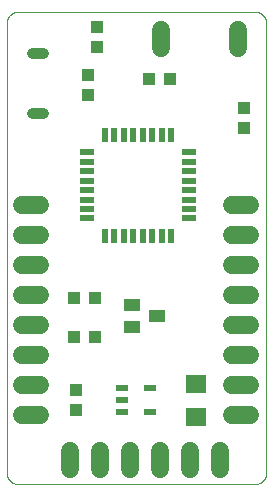
<source format=gts>
G75*
%MOIN*%
%OFA0B0*%
%FSLAX25Y25*%
%IPPOS*%
%LPD*%
%AMOC8*
5,1,8,0,0,1.08239X$1,22.5*
%
%ADD10C,0.00000*%
%ADD11R,0.05000X0.02200*%
%ADD12R,0.02200X0.05000*%
%ADD13C,0.03600*%
%ADD14C,0.06000*%
%ADD15R,0.03937X0.04331*%
%ADD16R,0.04160X0.02400*%
%ADD17R,0.04100X0.02400*%
%ADD18R,0.07087X0.06299*%
%ADD19R,0.05512X0.03937*%
D10*
X0007860Y0013611D02*
X0007860Y0163217D01*
X0007862Y0163341D01*
X0007868Y0163464D01*
X0007877Y0163588D01*
X0007891Y0163710D01*
X0007908Y0163833D01*
X0007930Y0163955D01*
X0007955Y0164076D01*
X0007984Y0164196D01*
X0008016Y0164315D01*
X0008053Y0164434D01*
X0008093Y0164551D01*
X0008136Y0164666D01*
X0008184Y0164781D01*
X0008235Y0164893D01*
X0008289Y0165004D01*
X0008347Y0165114D01*
X0008408Y0165221D01*
X0008473Y0165327D01*
X0008541Y0165430D01*
X0008612Y0165531D01*
X0008686Y0165630D01*
X0008763Y0165727D01*
X0008844Y0165821D01*
X0008927Y0165912D01*
X0009013Y0166001D01*
X0009102Y0166087D01*
X0009193Y0166170D01*
X0009287Y0166251D01*
X0009384Y0166328D01*
X0009483Y0166402D01*
X0009584Y0166473D01*
X0009687Y0166541D01*
X0009793Y0166606D01*
X0009900Y0166667D01*
X0010010Y0166725D01*
X0010121Y0166779D01*
X0010233Y0166830D01*
X0010348Y0166878D01*
X0010463Y0166921D01*
X0010580Y0166961D01*
X0010699Y0166998D01*
X0010818Y0167030D01*
X0010938Y0167059D01*
X0011059Y0167084D01*
X0011181Y0167106D01*
X0011304Y0167123D01*
X0011426Y0167137D01*
X0011550Y0167146D01*
X0011673Y0167152D01*
X0011797Y0167154D01*
X0090537Y0167154D01*
X0090661Y0167152D01*
X0090784Y0167146D01*
X0090908Y0167137D01*
X0091030Y0167123D01*
X0091153Y0167106D01*
X0091275Y0167084D01*
X0091396Y0167059D01*
X0091516Y0167030D01*
X0091635Y0166998D01*
X0091754Y0166961D01*
X0091871Y0166921D01*
X0091986Y0166878D01*
X0092101Y0166830D01*
X0092213Y0166779D01*
X0092324Y0166725D01*
X0092434Y0166667D01*
X0092541Y0166606D01*
X0092647Y0166541D01*
X0092750Y0166473D01*
X0092851Y0166402D01*
X0092950Y0166328D01*
X0093047Y0166251D01*
X0093141Y0166170D01*
X0093232Y0166087D01*
X0093321Y0166001D01*
X0093407Y0165912D01*
X0093490Y0165821D01*
X0093571Y0165727D01*
X0093648Y0165630D01*
X0093722Y0165531D01*
X0093793Y0165430D01*
X0093861Y0165327D01*
X0093926Y0165221D01*
X0093987Y0165114D01*
X0094045Y0165004D01*
X0094099Y0164893D01*
X0094150Y0164781D01*
X0094198Y0164666D01*
X0094241Y0164551D01*
X0094281Y0164434D01*
X0094318Y0164315D01*
X0094350Y0164196D01*
X0094379Y0164076D01*
X0094404Y0163955D01*
X0094426Y0163833D01*
X0094443Y0163710D01*
X0094457Y0163588D01*
X0094466Y0163464D01*
X0094472Y0163341D01*
X0094474Y0163217D01*
X0094474Y0013611D01*
X0094472Y0013487D01*
X0094466Y0013364D01*
X0094457Y0013240D01*
X0094443Y0013118D01*
X0094426Y0012995D01*
X0094404Y0012873D01*
X0094379Y0012752D01*
X0094350Y0012632D01*
X0094318Y0012513D01*
X0094281Y0012394D01*
X0094241Y0012277D01*
X0094198Y0012162D01*
X0094150Y0012047D01*
X0094099Y0011935D01*
X0094045Y0011824D01*
X0093987Y0011714D01*
X0093926Y0011607D01*
X0093861Y0011501D01*
X0093793Y0011398D01*
X0093722Y0011297D01*
X0093648Y0011198D01*
X0093571Y0011101D01*
X0093490Y0011007D01*
X0093407Y0010916D01*
X0093321Y0010827D01*
X0093232Y0010741D01*
X0093141Y0010658D01*
X0093047Y0010577D01*
X0092950Y0010500D01*
X0092851Y0010426D01*
X0092750Y0010355D01*
X0092647Y0010287D01*
X0092541Y0010222D01*
X0092434Y0010161D01*
X0092324Y0010103D01*
X0092213Y0010049D01*
X0092101Y0009998D01*
X0091986Y0009950D01*
X0091871Y0009907D01*
X0091754Y0009867D01*
X0091635Y0009830D01*
X0091516Y0009798D01*
X0091396Y0009769D01*
X0091275Y0009744D01*
X0091153Y0009722D01*
X0091030Y0009705D01*
X0090908Y0009691D01*
X0090784Y0009682D01*
X0090661Y0009676D01*
X0090537Y0009674D01*
X0011797Y0009674D01*
X0011673Y0009676D01*
X0011550Y0009682D01*
X0011426Y0009691D01*
X0011304Y0009705D01*
X0011181Y0009722D01*
X0011059Y0009744D01*
X0010938Y0009769D01*
X0010818Y0009798D01*
X0010699Y0009830D01*
X0010580Y0009867D01*
X0010463Y0009907D01*
X0010348Y0009950D01*
X0010233Y0009998D01*
X0010121Y0010049D01*
X0010010Y0010103D01*
X0009900Y0010161D01*
X0009793Y0010222D01*
X0009687Y0010287D01*
X0009584Y0010355D01*
X0009483Y0010426D01*
X0009384Y0010500D01*
X0009287Y0010577D01*
X0009193Y0010658D01*
X0009102Y0010741D01*
X0009013Y0010827D01*
X0008927Y0010916D01*
X0008844Y0011007D01*
X0008763Y0011101D01*
X0008686Y0011198D01*
X0008612Y0011297D01*
X0008541Y0011398D01*
X0008473Y0011501D01*
X0008408Y0011607D01*
X0008347Y0011714D01*
X0008289Y0011824D01*
X0008235Y0011935D01*
X0008184Y0012047D01*
X0008136Y0012162D01*
X0008093Y0012277D01*
X0008053Y0012394D01*
X0008016Y0012513D01*
X0007984Y0012632D01*
X0007955Y0012752D01*
X0007930Y0012873D01*
X0007908Y0012995D01*
X0007891Y0013118D01*
X0007877Y0013240D01*
X0007868Y0013364D01*
X0007862Y0013487D01*
X0007860Y0013611D01*
D11*
X0034826Y0098265D03*
X0034826Y0101414D03*
X0034826Y0104564D03*
X0034826Y0107713D03*
X0034826Y0110863D03*
X0034826Y0114013D03*
X0034826Y0117162D03*
X0034826Y0120312D03*
X0068626Y0120312D03*
X0068626Y0117162D03*
X0068626Y0114013D03*
X0068626Y0110863D03*
X0068626Y0107713D03*
X0068626Y0104564D03*
X0068626Y0101414D03*
X0068626Y0098265D03*
D12*
X0062749Y0092388D03*
X0059600Y0092388D03*
X0056450Y0092388D03*
X0053301Y0092388D03*
X0050151Y0092388D03*
X0047001Y0092388D03*
X0043852Y0092388D03*
X0040702Y0092388D03*
X0040702Y0126188D03*
X0043852Y0126188D03*
X0047001Y0126188D03*
X0050151Y0126188D03*
X0053301Y0126188D03*
X0056450Y0126188D03*
X0059600Y0126188D03*
X0062749Y0126188D03*
D13*
X0019967Y0133485D02*
X0016367Y0133485D01*
X0016367Y0153485D02*
X0019967Y0153485D01*
D14*
X0018860Y0102674D02*
X0012860Y0102674D01*
X0012860Y0092674D02*
X0018860Y0092674D01*
X0018860Y0082674D02*
X0012860Y0082674D01*
X0012860Y0072674D02*
X0018860Y0072674D01*
X0018860Y0062674D02*
X0012860Y0062674D01*
X0012860Y0052674D02*
X0018860Y0052674D01*
X0018860Y0042674D02*
X0012860Y0042674D01*
X0012860Y0032674D02*
X0018860Y0032674D01*
X0028860Y0020674D02*
X0028860Y0014674D01*
X0038860Y0014674D02*
X0038860Y0020674D01*
X0048860Y0020674D02*
X0048860Y0014674D01*
X0058860Y0014674D02*
X0058860Y0020674D01*
X0068860Y0020674D02*
X0068860Y0014674D01*
X0078860Y0014674D02*
X0078860Y0020674D01*
X0082860Y0032674D02*
X0088860Y0032674D01*
X0088860Y0042674D02*
X0082860Y0042674D01*
X0082860Y0052674D02*
X0088860Y0052674D01*
X0088860Y0062674D02*
X0082860Y0062674D01*
X0082860Y0072674D02*
X0088860Y0072674D01*
X0088860Y0082674D02*
X0082860Y0082674D01*
X0082860Y0092674D02*
X0088860Y0092674D01*
X0088860Y0102674D02*
X0082860Y0102674D01*
X0084967Y0155133D02*
X0084967Y0161133D01*
X0059367Y0161133D02*
X0059367Y0155133D01*
D15*
X0062206Y0144674D03*
X0055513Y0144674D03*
X0037860Y0155328D03*
X0037860Y0162020D03*
X0034860Y0146020D03*
X0034860Y0139328D03*
X0037206Y0071674D03*
X0030513Y0071674D03*
X0030513Y0058674D03*
X0037206Y0058674D03*
X0030860Y0041020D03*
X0030860Y0034328D03*
X0086860Y0128328D03*
X0086860Y0135020D03*
D16*
X0046260Y0041774D03*
X0046260Y0037714D03*
X0046260Y0033574D03*
X0055760Y0033574D03*
D17*
X0055760Y0041774D03*
D18*
X0070860Y0043186D03*
X0070860Y0032162D03*
D19*
X0058190Y0065674D03*
X0049529Y0061934D03*
X0049529Y0069414D03*
M02*

</source>
